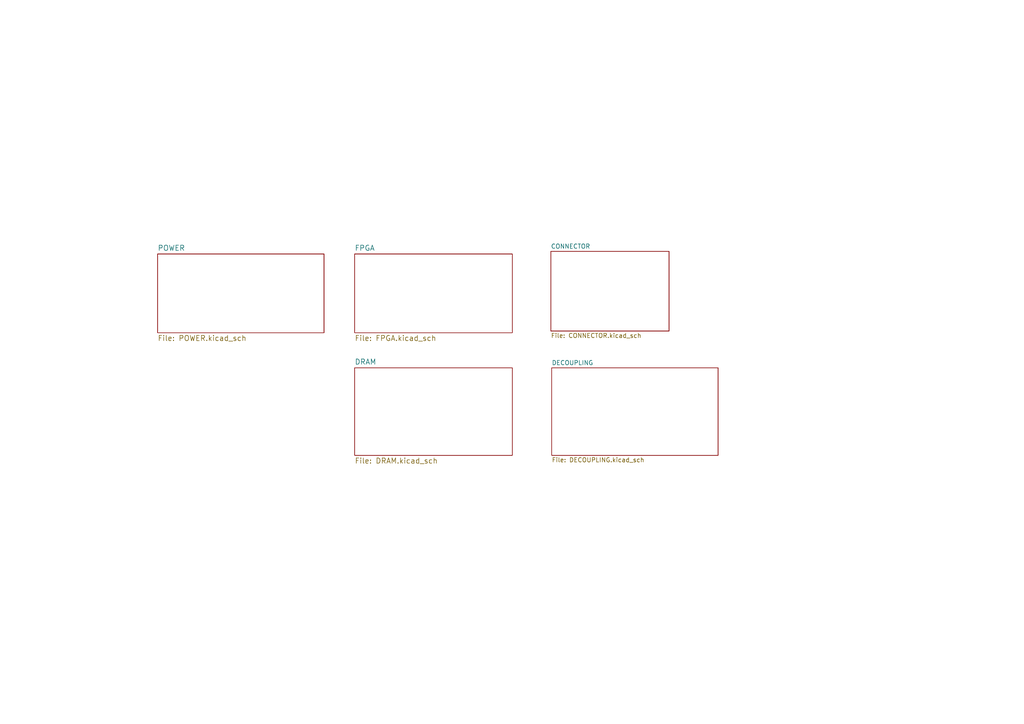
<source format=kicad_sch>
(kicad_sch (version 20230121) (generator eeschema)
  (paper "A4")
  (title_block (title "Orange Crab") (date "2020-11-01") (rev "r0.2.1") (company "Good Stuff Department") (comment 3 "Licensed under CERN OHL v.1.2") (comment 4 "Designed by: Greg Davill"))
  (lib_symbols)
  (sheet (at 102.87 73.66) (size 45.72 22.86)
    (property "Sheetname" "FPGA" (at 102.87 72.8214 0) (effects (font (size 1.524 1.524)) (justify left bottom)))
    (property "Sheetfile" "FPGA.kicad_sch" (at 102.87 97.2062 0) (effects (font (size 1.524 1.524)) (justify left top)))
  )
  (sheet (at 102.87 106.68) (size 45.72 25.4)
    (property "Sheetname" "DRAM" (at 102.87 105.8414 0) (effects (font (size 1.524 1.524)) (justify left bottom)))
    (property "Sheetfile" "DRAM.kicad_sch" (at 102.87 132.7662 0) (effects (font (size 1.524 1.524)) (justify left top)))
  )
  (sheet (at 45.72 73.66) (size 48.26 22.86)
    (property "Sheetname" "POWER" (at 45.72 72.8214 0) (effects (font (size 1.524 1.524)) (justify left bottom)))
    (property "Sheetfile" "POWER.kicad_sch" (at 45.72 97.2062 0) (effects (font (size 1.524 1.524)) (justify left top)))
  )
  (sheet (at 160.02 106.68) (size 48.26 25.4)
    (property "Sheetname" "DECOUPLING" (at 160.02 105.9684 0) (effects (justify left bottom)))
    (property "Sheetfile" "DECOUPLING.kicad_sch" (at 160.02 132.6646 0) (effects (justify left top)))
  )
  (sheet (at 159.766 72.898) (size 34.29 23.114) (stroke (width 0.1524))
    (property "Sheetname" "CONNECTOR" (at 159.766 72.1864 0) (effects (justify left bottom)))
    (property "Sheetfile" "CONNECTOR.kicad_sch" (at 159.766 96.5966 0) (effects (justify left top)))
  )
)
</source>
